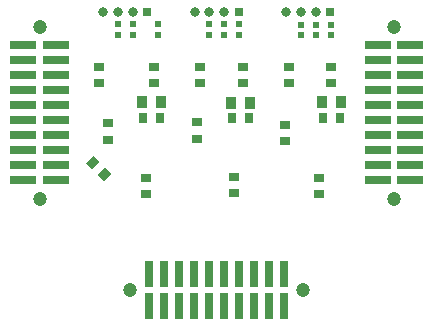
<source format=gbs>
G04 #@! TF.FileFunction,Soldermask,Bot*
%FSLAX46Y46*%
G04 Gerber Fmt 4.6, Leading zero omitted, Abs format (unit mm)*
G04 Created by KiCad (PCBNEW 4.0.2+e4-6225~38~ubuntu14.04.1-stable) date Sun 12 Jun 2016 22:19:48 BST*
%MOMM*%
G01*
G04 APERTURE LIST*
%ADD10C,0.100000*%
%ADD11R,0.800000X0.800000*%
%ADD12O,0.800000X0.800000*%
%ADD13R,2.220000X0.740000*%
%ADD14C,1.200000*%
%ADD15R,0.740000X2.220000*%
%ADD16R,0.900000X0.750000*%
%ADD17R,0.750000X0.900000*%
%ADD18R,0.950000X1.000000*%
%ADD19R,0.620000X0.620000*%
G04 APERTURE END LIST*
D10*
D11*
X109625000Y-91500000D03*
D12*
X108375000Y-91500000D03*
X107125000Y-91500000D03*
X105875000Y-91500000D03*
D11*
X101875000Y-91500000D03*
D12*
X100625000Y-91500000D03*
X99375000Y-91500000D03*
X98125000Y-91500000D03*
D11*
X94125000Y-91500000D03*
D12*
X92875000Y-91500000D03*
X91625000Y-91500000D03*
X90375000Y-91500000D03*
D13*
X83635000Y-94285000D03*
X86365000Y-94285000D03*
X83635000Y-95555000D03*
X86365000Y-95555000D03*
X83635000Y-96825000D03*
X86365000Y-96825000D03*
X83635000Y-98095000D03*
X86365000Y-98095000D03*
X83635000Y-99365000D03*
X86365000Y-99365000D03*
X83635000Y-100635000D03*
X86365000Y-100635000D03*
X83635000Y-101905000D03*
X86365000Y-101905000D03*
X83635000Y-103175000D03*
X86365000Y-103175000D03*
X83635000Y-104445000D03*
X86365000Y-104445000D03*
X83635000Y-105715000D03*
X86365000Y-105715000D03*
D14*
X85000000Y-107305000D03*
X85000000Y-92695000D03*
D13*
X113635000Y-94285000D03*
X116365000Y-94285000D03*
X113635000Y-95555000D03*
X116365000Y-95555000D03*
X113635000Y-96825000D03*
X116365000Y-96825000D03*
X113635000Y-98095000D03*
X116365000Y-98095000D03*
X113635000Y-99365000D03*
X116365000Y-99365000D03*
X113635000Y-100635000D03*
X116365000Y-100635000D03*
X113635000Y-101905000D03*
X116365000Y-101905000D03*
X113635000Y-103175000D03*
X116365000Y-103175000D03*
X113635000Y-104445000D03*
X116365000Y-104445000D03*
X113635000Y-105715000D03*
X116365000Y-105715000D03*
D14*
X115000000Y-107305000D03*
X115000000Y-92695000D03*
D15*
X94285000Y-116365000D03*
X94285000Y-113635000D03*
X95555000Y-116365000D03*
X95555000Y-113635000D03*
X96825000Y-116365000D03*
X96825000Y-113635000D03*
X98095000Y-116365000D03*
X98095000Y-113635000D03*
X99365000Y-116365000D03*
X99365000Y-113635000D03*
X100635000Y-116365000D03*
X100635000Y-113635000D03*
X101905000Y-116365000D03*
X101905000Y-113635000D03*
X103175000Y-116365000D03*
X103175000Y-113635000D03*
X104445000Y-116365000D03*
X104445000Y-113635000D03*
X105715000Y-116365000D03*
X105715000Y-113635000D03*
D14*
X107305000Y-115000000D03*
X92695000Y-115000000D03*
D16*
X102200000Y-96100000D03*
X102200000Y-97500000D03*
X94700000Y-96100000D03*
X94700000Y-97500000D03*
X109700000Y-96100000D03*
X109700000Y-97500000D03*
D17*
X93800000Y-100400000D03*
X95200000Y-100400000D03*
D16*
X90000000Y-97500000D03*
X90000000Y-96100000D03*
X98600000Y-97500000D03*
X98600000Y-96100000D03*
X98300000Y-100800000D03*
X98300000Y-102200000D03*
D17*
X109000000Y-100400000D03*
X110400000Y-100400000D03*
D16*
X90800000Y-100900000D03*
X90800000Y-102300000D03*
X101500000Y-105400000D03*
X101500000Y-106800000D03*
X105800000Y-101000000D03*
X105800000Y-102400000D03*
D17*
X101300000Y-100450000D03*
X102700000Y-100450000D03*
D16*
X94000000Y-105500000D03*
X94000000Y-106900000D03*
X106100000Y-97500000D03*
X106100000Y-96100000D03*
X108700000Y-105500000D03*
X108700000Y-106900000D03*
D10*
G36*
X88926687Y-104263083D02*
X89563083Y-103626687D01*
X90093413Y-104157017D01*
X89457017Y-104793413D01*
X88926687Y-104263083D01*
X88926687Y-104263083D01*
G37*
G36*
X89916637Y-105253033D02*
X90553033Y-104616637D01*
X91083363Y-105146967D01*
X90446967Y-105783363D01*
X89916637Y-105253033D01*
X89916637Y-105253033D01*
G37*
D18*
X95300000Y-99100000D03*
X93700000Y-99100000D03*
X110499999Y-99100000D03*
X108899999Y-99100000D03*
X102800000Y-99150000D03*
X101200000Y-99150000D03*
D19*
X91600000Y-93400000D03*
X91600000Y-92500000D03*
X92900000Y-93400000D03*
X92900000Y-92500000D03*
X101900000Y-93400000D03*
X101900000Y-92500000D03*
X99350000Y-93400000D03*
X99350000Y-92500000D03*
X100650000Y-93400000D03*
X100650000Y-92500000D03*
X95050000Y-93400000D03*
X95050000Y-92500000D03*
X107100000Y-93450000D03*
X107100000Y-92550000D03*
X108400000Y-93450000D03*
X108400000Y-92550000D03*
X109650000Y-93450000D03*
X109650000Y-92550000D03*
M02*

</source>
